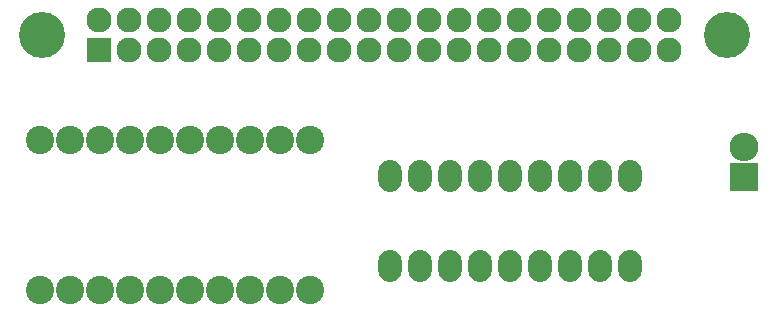
<source format=gbr>
G04 #@! TF.FileFunction,Soldermask,Bot*
%FSLAX46Y46*%
G04 Gerber Fmt 4.6, Leading zero omitted, Abs format (unit mm)*
G04 Created by KiCad (PCBNEW 4.0.6-e0-6349~53~ubuntu16.04.1) date Sat Mar 25 19:46:27 2017*
%MOMM*%
%LPD*%
G01*
G04 APERTURE LIST*
%ADD10C,0.100000*%
%ADD11C,3.900000*%
%ADD12O,2.127200X2.127200*%
%ADD13R,2.127200X2.127200*%
%ADD14O,2.000000X2.700000*%
%ADD15C,2.400000*%
%ADD16R,2.432000X2.432000*%
%ADD17O,2.432000X2.432000*%
G04 APERTURE END LIST*
D10*
D11*
X103500000Y-103500000D03*
X161500000Y-103500000D03*
D12*
X108370000Y-102230000D03*
D13*
X108370000Y-104770000D03*
D12*
X110910000Y-102230000D03*
X110910000Y-104770000D03*
X113450000Y-102230000D03*
X113450000Y-104770000D03*
X115990000Y-102230000D03*
X115990000Y-104770000D03*
X118530000Y-102230000D03*
X118530000Y-104770000D03*
X121070000Y-102230000D03*
X121070000Y-104770000D03*
X123610000Y-102230000D03*
X123610000Y-104770000D03*
X126150000Y-102230000D03*
X126150000Y-104770000D03*
X128690000Y-102230000D03*
X128690000Y-104770000D03*
X131230000Y-102230000D03*
X131230000Y-104770000D03*
X133770000Y-102230000D03*
X133770000Y-104770000D03*
X136310000Y-102230000D03*
X136310000Y-104770000D03*
X138850000Y-102230000D03*
X138850000Y-104770000D03*
X141390000Y-102230000D03*
X141390000Y-104770000D03*
X143930000Y-102230000D03*
X143930000Y-104770000D03*
X146470000Y-102230000D03*
X146470000Y-104770000D03*
X149010000Y-102230000D03*
X149010000Y-104770000D03*
X151550000Y-102230000D03*
X151550000Y-104770000D03*
X154090000Y-102230000D03*
X154090000Y-104770000D03*
X156630000Y-102230000D03*
X156630000Y-104770000D03*
D14*
X133000000Y-123000000D03*
X135540000Y-123000000D03*
X138080000Y-123000000D03*
X140620000Y-123000000D03*
X143160000Y-123000000D03*
X145700000Y-123000000D03*
X148240000Y-123000000D03*
X150780000Y-123000000D03*
X153320000Y-123000000D03*
X153320000Y-115380000D03*
X150780000Y-115380000D03*
X148240000Y-115380000D03*
X145700000Y-115380000D03*
X143160000Y-115380000D03*
X140620000Y-115380000D03*
X138080000Y-115380000D03*
X135540000Y-115380000D03*
X133000000Y-115380000D03*
D15*
X126200000Y-112400000D03*
X123660000Y-112400000D03*
X121120000Y-112400000D03*
X118580000Y-112400000D03*
X116040000Y-112400000D03*
X113500000Y-112400000D03*
X110960000Y-112400000D03*
X108420000Y-112400000D03*
X105880000Y-112400000D03*
X103340000Y-112400000D03*
X126200000Y-125100000D03*
X123660000Y-125100000D03*
X121120000Y-125100000D03*
X118580000Y-125100000D03*
X116040000Y-125100000D03*
X113500000Y-125100000D03*
X110960000Y-125100000D03*
X108420000Y-125100000D03*
X105880000Y-125100000D03*
X103340000Y-125100000D03*
D16*
X163000000Y-115500000D03*
D17*
X163000000Y-112960000D03*
M02*

</source>
